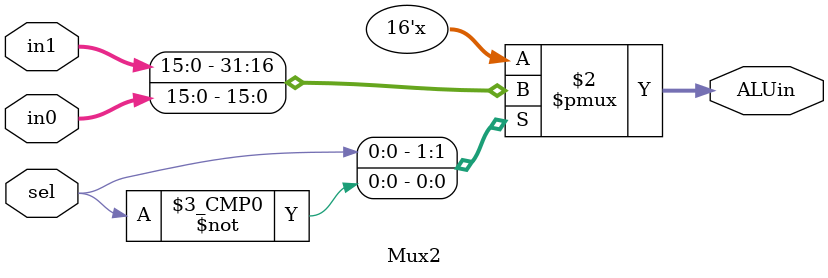
<source format=v>
/* CPEN 211 Lab 7: Simple RISC Machine */
/* Prayetnaa Kansakar & Danial Jaber */
/* datapath.v */

module datapath(sximm5, sximm8, read_data, PC, writenum, write, readnum, clk,
                loada, loadb, loadc, loads, vsel, asel, bsel, 
                shift, ALUop, Z_out, write_data);

    //i/o signals
    input [15:0] sximm5, sximm8, read_data;
    input [8:0] PC;
    input [2:0] writenum, readnum;
    input [1:0] shift, ALUop;
    input write, clk, loada, loadb, loadc, loads, asel, bsel;
    input [3:0] vsel;
    output [15:0] write_data; 
    output [2:0] Z_out;
    wire [15:0] zeros;
    assign zeros = 16'b0000000000000000;
    wire [15:0] data_out;
    wire [15:0] out, in, sout, muxoutA; 
    wire [2:0] Z;
    wire [15:0] Ain, Bin;
    reg [15:0] data_in;

    always @(*) begin //4 input Mux
        case(vsel) //determines use of new or old data
        4'b0001 : data_in = write_data;
        4'b0010 : data_in = read_data;
        4'b0100 : data_in = sximm8;
        4'b1000 : data_in = PC;
        default : data_in = {16{1'bx}};
        endcase
    end

    regfile REGFILE(.data_in(data_in), .writenum(writenum), .write(write), .readnum(readnum), .clk(clk), .data_out(data_out)); //call to regfile component to store data in registers and read from such registers

    vDFFE #(16) F1(.clk(clk), .load(loada), .in(data_out), .out(muxoutA)); //load enabled DFF to use either regfile output data or not allow new data
    vDFFE #(16) F2(.clk(clk), .load(loadb), .in(data_out), .out(in));

    shifter U1(.in(in), .shift(shift), .sout(sout)); //call to shift component to either not shift, shift left or right, or shift right with MSB maintained

    Mux2 #(16) M2(.in1(zeros), .in0(muxoutA), .sel(asel), .ALUin(Ain)); //multiplexer to decide whether to use datapath input or all zeros
    Mux2 #(16) M3(.in1(sximm5), .in0(sout), .sel(bsel), .ALUin(Bin)); //multiplexer to decide whether to use datapath input or zeros and 4 LSB of datapath input

    ALU U2(.Ain(Ain), .Bin(Bin), .ALUop(ALUop), .out(out), .Z(Z)); //call to ALU component to either add, subtract, or AND data, or inverse second datapath input

    vDFFE #(16) F3(.clk(clk), .load(loadc), .in(out), .out(write_data)); //load enabled DFF to use either modified datapath input or not allow new data
    vDFFE #(3) F4(.clk(clk), .load(loads), .in(Z), .out(Z_out)); //load enabled DFF to use either new Z output or not allow new data

endmodule

//2 input Mux
module Mux2(in1, in0, sel, ALUin);
    parameter k = 16;
    input [k-1:0] in1, in0;
    input sel;
    output reg [k-1:0] ALUin;

    always @(*) begin
        case(sel) //determines use of new or old data
        1'b1 : ALUin = in1;
        1'b0 : ALUin = in0;
        default : ALUin = {16{1'bx}};
        endcase
    end
endmodule


</source>
